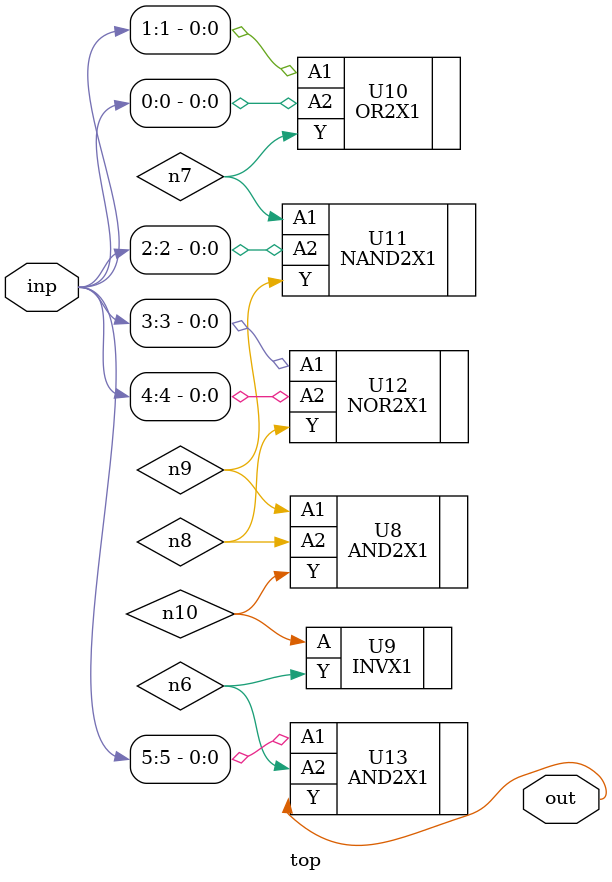
<source format=sv>


module top ( inp, out );
  input [5:0] inp;
  output out;
  wire   n6, n7, n8, n9, n10;

  AND2X1 U8 ( .A1(n9), .A2(n8), .Y(n10) );
  INVX1 U9 ( .A(n10), .Y(n6) );
  OR2X1 U10 ( .A1(inp[1]), .A2(inp[0]), .Y(n7) );
  NAND2X1 U11 ( .A1(n7), .A2(inp[2]), .Y(n9) );
  NOR2X1 U12 ( .A1(inp[3]), .A2(inp[4]), .Y(n8) );
  AND2X1 U13 ( .A1(inp[5]), .A2(n6), .Y(out) );
endmodule


</source>
